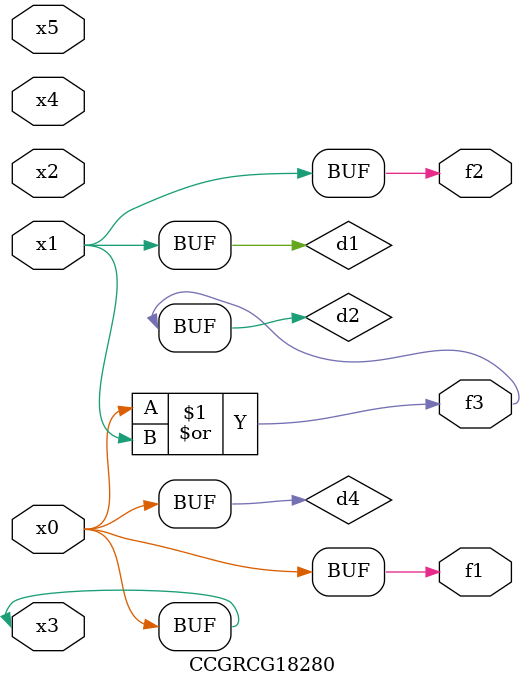
<source format=v>
module CCGRCG18280(
	input x0, x1, x2, x3, x4, x5,
	output f1, f2, f3
);

	wire d1, d2, d3, d4;

	and (d1, x1);
	or (d2, x0, x1);
	nand (d3, x0, x5);
	buf (d4, x0, x3);
	assign f1 = d4;
	assign f2 = d1;
	assign f3 = d2;
endmodule

</source>
